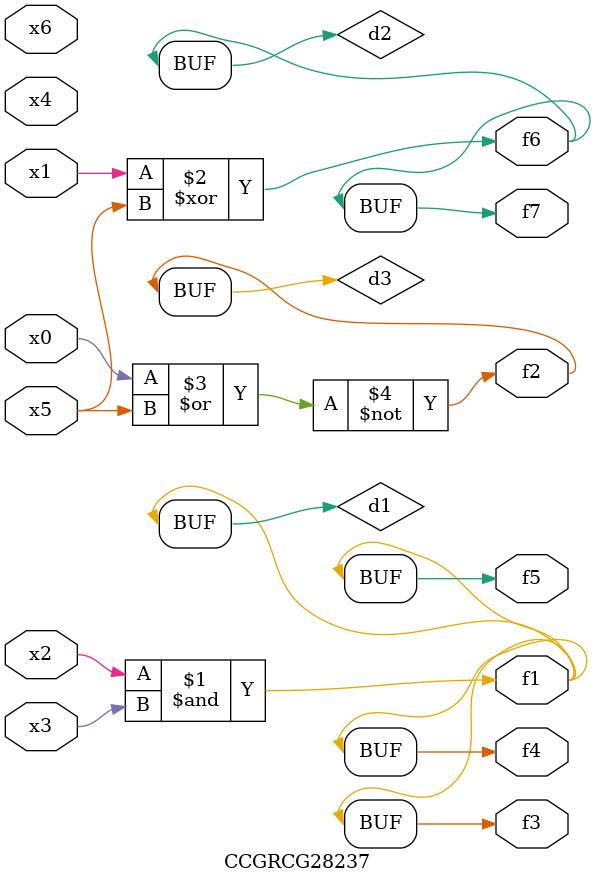
<source format=v>
module CCGRCG28237(
	input x0, x1, x2, x3, x4, x5, x6,
	output f1, f2, f3, f4, f5, f6, f7
);

	wire d1, d2, d3;

	and (d1, x2, x3);
	xor (d2, x1, x5);
	nor (d3, x0, x5);
	assign f1 = d1;
	assign f2 = d3;
	assign f3 = d1;
	assign f4 = d1;
	assign f5 = d1;
	assign f6 = d2;
	assign f7 = d2;
endmodule

</source>
